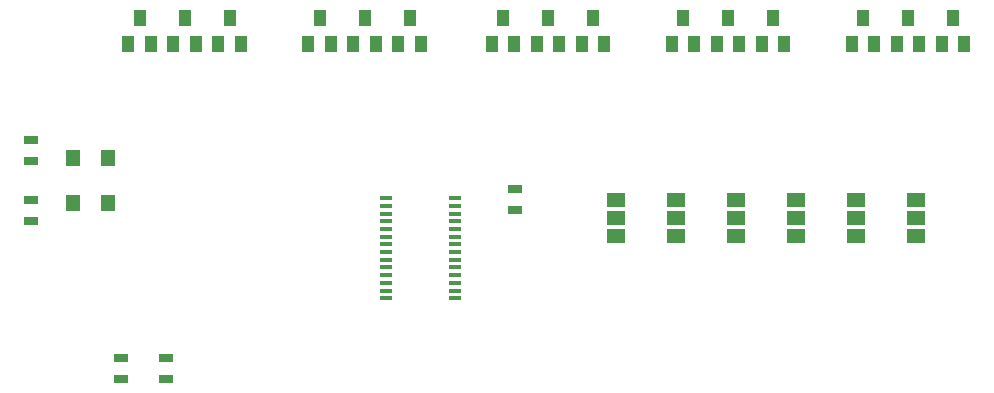
<source format=gtp>
G75*
G70*
%OFA0B0*%
%FSLAX24Y24*%
%IPPOS*%
%LPD*%
%AMOC8*
5,1,8,0,0,1.08239X$1,22.5*
%
%ADD10R,0.0390X0.0120*%
%ADD11R,0.0472X0.0315*%
%ADD12R,0.0630X0.0460*%
%ADD13R,0.0394X0.0551*%
%ADD14R,0.0472X0.0551*%
D10*
X013451Y004437D03*
X013451Y004693D03*
X013451Y004948D03*
X013451Y005204D03*
X013451Y005460D03*
X013451Y005716D03*
X013451Y005972D03*
X013451Y006228D03*
X013451Y006484D03*
X013451Y006740D03*
X013451Y006996D03*
X013451Y007252D03*
X013451Y007507D03*
X013451Y007763D03*
X015749Y007763D03*
X015749Y007507D03*
X015749Y007252D03*
X015749Y006996D03*
X015749Y006740D03*
X015749Y006484D03*
X015749Y006228D03*
X015749Y005972D03*
X015749Y005716D03*
X015749Y005460D03*
X015749Y005204D03*
X015749Y004948D03*
X015749Y004693D03*
X015749Y004437D03*
D11*
X004600Y001746D03*
X006100Y001746D03*
X006100Y002454D03*
X004600Y002454D03*
X001600Y006996D03*
X001600Y007704D03*
X001600Y008996D03*
X001600Y009704D03*
X017725Y008079D03*
X017725Y007371D03*
D12*
X021100Y007100D03*
X021100Y007700D03*
X023100Y007700D03*
X023100Y007100D03*
X023100Y006500D03*
X021100Y006500D03*
X025100Y006500D03*
X025100Y007100D03*
X025100Y007700D03*
X027100Y007700D03*
X027100Y007100D03*
X027100Y006500D03*
X029100Y006500D03*
X029100Y007100D03*
X029100Y007700D03*
X031100Y007700D03*
X031100Y007100D03*
X031100Y006500D03*
D13*
X031224Y012917D03*
X030476Y012917D03*
X029724Y012917D03*
X028976Y012917D03*
X029350Y013783D03*
X030850Y013783D03*
X032350Y013783D03*
X031976Y012917D03*
X032724Y012917D03*
X026724Y012917D03*
X025976Y012917D03*
X025224Y012917D03*
X024476Y012917D03*
X023724Y012917D03*
X022976Y012917D03*
X023350Y013783D03*
X024850Y013783D03*
X026350Y013783D03*
X020724Y012917D03*
X019976Y012917D03*
X019224Y012917D03*
X018476Y012917D03*
X017724Y012917D03*
X016976Y012917D03*
X017350Y013783D03*
X018850Y013783D03*
X020350Y013783D03*
X014599Y012917D03*
X013851Y012917D03*
X013099Y012917D03*
X012351Y012917D03*
X011599Y012917D03*
X010851Y012917D03*
X011225Y013783D03*
X012725Y013783D03*
X014225Y013783D03*
X008599Y012917D03*
X007851Y012917D03*
X007099Y012917D03*
X006351Y012917D03*
X005599Y012917D03*
X004851Y012917D03*
X005225Y013783D03*
X006725Y013783D03*
X008225Y013783D03*
D14*
X004191Y009100D03*
X003009Y009100D03*
X003009Y007600D03*
X004191Y007600D03*
M02*

</source>
